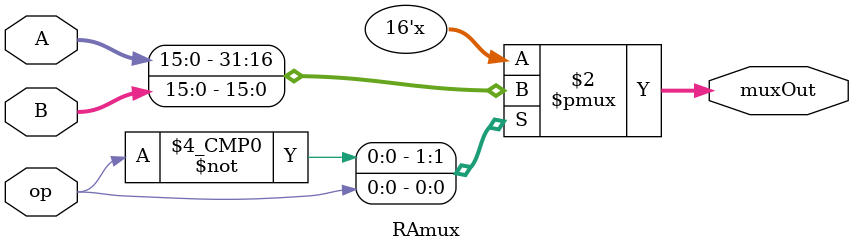
<source format=v>
`timescale 1ns / 1ns



module RAmux(op, A, B, muxOut);
     
  input op;
  input [15:0] A; //ACC out
  input [15:0] B; //PC out
     
  output reg [15:0] muxOut;



 always @(op, A, B) begin 
    case (op)
      0: muxOut = A; //from acc
      1: muxOut = B; //from pc 
    endcase
  end



endmodule
</source>
